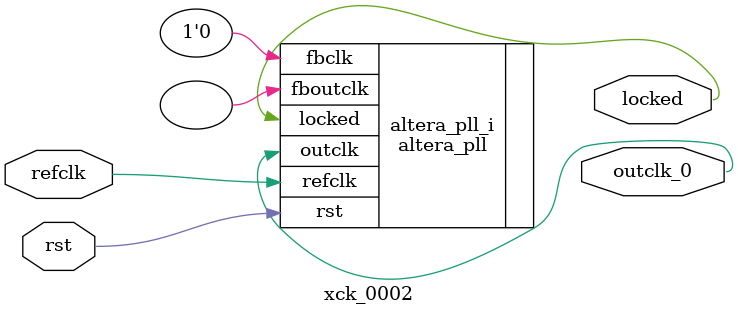
<source format=v>
`timescale 1ns/10ps
module  xck_0002(

	// interface 'refclk'
	input wire refclk,

	// interface 'reset'
	input wire rst,

	// interface 'outclk0'
	output wire outclk_0,

	// interface 'locked'
	output wire locked
);

	altera_pll #(
		.fractional_vco_multiplier("true"),
		.reference_clock_frequency("50.0 MHz"),
		.operation_mode("direct"),
		.number_of_clocks(1),
		.output_clock_frequency0("18.432000 MHz"),
		.phase_shift0("0 ps"),
		.duty_cycle0(50),
		.output_clock_frequency1("0 MHz"),
		.phase_shift1("0 ps"),
		.duty_cycle1(50),
		.output_clock_frequency2("0 MHz"),
		.phase_shift2("0 ps"),
		.duty_cycle2(50),
		.output_clock_frequency3("0 MHz"),
		.phase_shift3("0 ps"),
		.duty_cycle3(50),
		.output_clock_frequency4("0 MHz"),
		.phase_shift4("0 ps"),
		.duty_cycle4(50),
		.output_clock_frequency5("0 MHz"),
		.phase_shift5("0 ps"),
		.duty_cycle5(50),
		.output_clock_frequency6("0 MHz"),
		.phase_shift6("0 ps"),
		.duty_cycle6(50),
		.output_clock_frequency7("0 MHz"),
		.phase_shift7("0 ps"),
		.duty_cycle7(50),
		.output_clock_frequency8("0 MHz"),
		.phase_shift8("0 ps"),
		.duty_cycle8(50),
		.output_clock_frequency9("0 MHz"),
		.phase_shift9("0 ps"),
		.duty_cycle9(50),
		.output_clock_frequency10("0 MHz"),
		.phase_shift10("0 ps"),
		.duty_cycle10(50),
		.output_clock_frequency11("0 MHz"),
		.phase_shift11("0 ps"),
		.duty_cycle11(50),
		.output_clock_frequency12("0 MHz"),
		.phase_shift12("0 ps"),
		.duty_cycle12(50),
		.output_clock_frequency13("0 MHz"),
		.phase_shift13("0 ps"),
		.duty_cycle13(50),
		.output_clock_frequency14("0 MHz"),
		.phase_shift14("0 ps"),
		.duty_cycle14(50),
		.output_clock_frequency15("0 MHz"),
		.phase_shift15("0 ps"),
		.duty_cycle15(50),
		.output_clock_frequency16("0 MHz"),
		.phase_shift16("0 ps"),
		.duty_cycle16(50),
		.output_clock_frequency17("0 MHz"),
		.phase_shift17("0 ps"),
		.duty_cycle17(50),
		.pll_type("General"),
		.pll_subtype("General")
	) altera_pll_i (
		.rst	(rst),
		.outclk	({outclk_0}),
		.locked	(locked),
		.fboutclk	( ),
		.fbclk	(1'b0),
		.refclk	(refclk)
	);
endmodule


</source>
